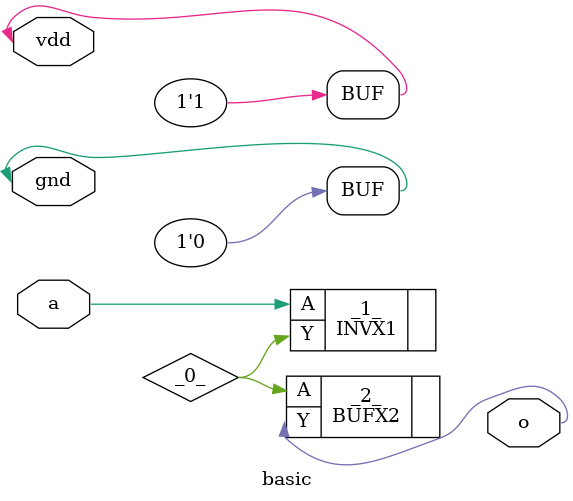
<source format=v>
/* Verilog module written by vlog2Verilog (qflow) */

module basic(
    input a,
    inout gnd,
    output o,
    inout vdd
);

wire vdd = 1'b1;
wire gnd = 1'b0;

wire a ;
wire o ;
wire _0_ ;

INVX1 _1_ (
    .A(a),
    .Y(_0_)
);

BUFX2 _2_ (
    .A(_0_),
    .Y(o)
);

endmodule

</source>
